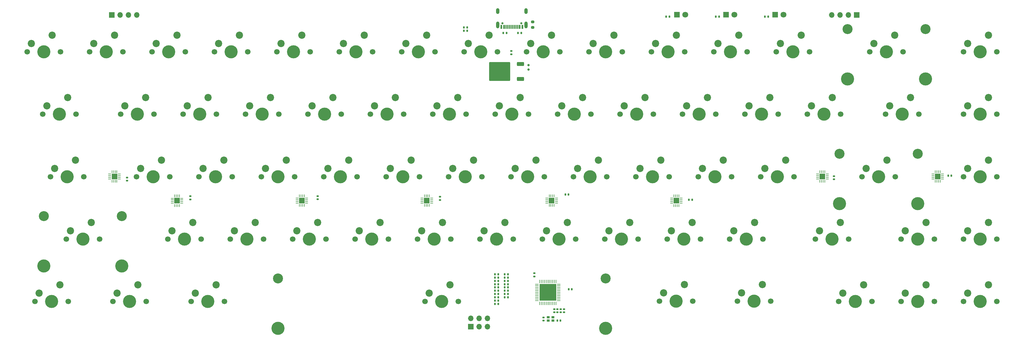
<source format=gbs>
%TF.GenerationSoftware,KiCad,Pcbnew,7.0.5*%
%TF.CreationDate,2023-07-12T18:10:06+02:00*%
%TF.ProjectId,keyboard,6b657962-6f61-4726-942e-6b696361645f,rev?*%
%TF.SameCoordinates,Original*%
%TF.FileFunction,Soldermask,Bot*%
%TF.FilePolarity,Negative*%
%FSLAX46Y46*%
G04 Gerber Fmt 4.6, Leading zero omitted, Abs format (unit mm)*
G04 Created by KiCad (PCBNEW 7.0.5) date 2023-07-12 18:10:06*
%MOMM*%
%LPD*%
G01*
G04 APERTURE LIST*
G04 Aperture macros list*
%AMRoundRect*
0 Rectangle with rounded corners*
0 $1 Rounding radius*
0 $2 $3 $4 $5 $6 $7 $8 $9 X,Y pos of 4 corners*
0 Add a 4 corners polygon primitive as box body*
4,1,4,$2,$3,$4,$5,$6,$7,$8,$9,$2,$3,0*
0 Add four circle primitives for the rounded corners*
1,1,$1+$1,$2,$3*
1,1,$1+$1,$4,$5*
1,1,$1+$1,$6,$7*
1,1,$1+$1,$8,$9*
0 Add four rect primitives between the rounded corners*
20,1,$1+$1,$2,$3,$4,$5,0*
20,1,$1+$1,$4,$5,$6,$7,0*
20,1,$1+$1,$6,$7,$8,$9,0*
20,1,$1+$1,$8,$9,$2,$3,0*%
G04 Aperture macros list end*
%ADD10C,1.700000*%
%ADD11C,4.000000*%
%ADD12C,2.200000*%
%ADD13R,1.700000X1.700000*%
%ADD14O,1.700000X1.700000*%
%ADD15R,1.800000X1.800000*%
%ADD16C,1.800000*%
%ADD17C,3.050000*%
%ADD18RoundRect,0.150000X-0.200000X0.150000X-0.200000X-0.150000X0.200000X-0.150000X0.200000X0.150000X0*%
%ADD19RoundRect,0.140000X-0.170000X0.140000X-0.170000X-0.140000X0.170000X-0.140000X0.170000X0.140000X0*%
%ADD20RoundRect,0.135000X0.135000X0.185000X-0.135000X0.185000X-0.135000X-0.185000X0.135000X-0.185000X0*%
%ADD21RoundRect,0.140000X0.140000X0.170000X-0.140000X0.170000X-0.140000X-0.170000X0.140000X-0.170000X0*%
%ADD22RoundRect,0.140000X-0.140000X-0.170000X0.140000X-0.170000X0.140000X0.170000X-0.140000X0.170000X0*%
%ADD23C,0.650000*%
%ADD24R,0.600000X1.240000*%
%ADD25R,0.300000X1.240000*%
%ADD26O,1.000000X1.800000*%
%ADD27O,1.000000X2.100000*%
%ADD28RoundRect,0.062500X0.350000X0.062500X-0.350000X0.062500X-0.350000X-0.062500X0.350000X-0.062500X0*%
%ADD29RoundRect,0.062500X0.062500X0.350000X-0.062500X0.350000X-0.062500X-0.350000X0.062500X-0.350000X0*%
%ADD30RoundRect,0.135000X-0.135000X-0.185000X0.135000X-0.185000X0.135000X0.185000X-0.135000X0.185000X0*%
%ADD31RoundRect,0.140000X0.170000X-0.140000X0.170000X0.140000X-0.170000X0.140000X-0.170000X-0.140000X0*%
%ADD32RoundRect,0.200000X-0.275000X0.200000X-0.275000X-0.200000X0.275000X-0.200000X0.275000X0.200000X0*%
%ADD33RoundRect,0.135000X0.185000X-0.135000X0.185000X0.135000X-0.185000X0.135000X-0.185000X-0.135000X0*%
%ADD34R,0.900000X0.800000*%
%ADD35RoundRect,0.250000X0.850000X0.350000X-0.850000X0.350000X-0.850000X-0.350000X0.850000X-0.350000X0*%
%ADD36RoundRect,0.249997X2.950003X2.650003X-2.950003X2.650003X-2.950003X-2.650003X2.950003X-2.650003X0*%
%ADD37RoundRect,0.135000X-0.185000X0.135000X-0.185000X-0.135000X0.185000X-0.135000X0.185000X0.135000X0*%
%ADD38RoundRect,0.062500X0.475000X0.062500X-0.475000X0.062500X-0.475000X-0.062500X0.475000X-0.062500X0*%
%ADD39RoundRect,0.062500X0.062500X0.475000X-0.062500X0.475000X-0.062500X-0.475000X0.062500X-0.475000X0*%
%ADD40R,5.200000X5.200000*%
G04 APERTURE END LIST*
D10*
%TO.C,S48*%
X171021000Y-112800000D03*
D11*
X176101000Y-112800000D03*
D10*
X181181000Y-112800000D03*
D12*
X178641000Y-107720000D03*
X172291000Y-110260000D03*
%TD*%
D10*
%TO.C,S6*%
X128110000Y-55630000D03*
D11*
X133190000Y-55630000D03*
D10*
X138270000Y-55630000D03*
D12*
X135730000Y-50550000D03*
X129380000Y-53090000D03*
%TD*%
D10*
%TO.C,S21*%
X156685000Y-74680000D03*
D11*
X161765000Y-74680000D03*
D10*
X166845000Y-74680000D03*
D12*
X164305000Y-69600000D03*
X157955000Y-72140000D03*
%TD*%
D10*
%TO.C,S31*%
X85245200Y-93750000D03*
D11*
X90325200Y-93750000D03*
D10*
X95405200Y-93750000D03*
D12*
X92865200Y-88670000D03*
X86515200Y-91210000D03*
%TD*%
D10*
%TO.C,S51*%
X228171000Y-112800000D03*
D11*
X233251000Y-112800000D03*
D10*
X238331000Y-112800000D03*
D12*
X235791000Y-107720000D03*
X229441000Y-110260000D03*
%TD*%
D10*
%TO.C,S20*%
X137635000Y-74680000D03*
D11*
X142715000Y-74680000D03*
D10*
X147795000Y-74680000D03*
D12*
X145255000Y-69600000D03*
X138905000Y-72140000D03*
%TD*%
D13*
%TO.C,J3*%
X58700000Y-44340000D03*
D14*
X61240000Y-44340000D03*
X63780000Y-44340000D03*
X66320000Y-44340000D03*
%TD*%
D15*
%TO.C,D1*%
X231125000Y-44250000D03*
D16*
X233665000Y-44250000D03*
%TD*%
D15*
%TO.C,D2*%
X246125000Y-44250000D03*
D16*
X248665000Y-44250000D03*
%TD*%
D10*
%TO.C,S65*%
X280495000Y-131850000D03*
D11*
X285575000Y-131850000D03*
D10*
X290655000Y-131850000D03*
D12*
X288115000Y-126770000D03*
X281765000Y-129310000D03*
%TD*%
D10*
%TO.C,S2*%
X51910000Y-55630000D03*
D11*
X56990000Y-55630000D03*
D10*
X62070000Y-55630000D03*
D12*
X59530000Y-50550000D03*
X53180000Y-53090000D03*
%TD*%
D10*
%TO.C,S26*%
X251935000Y-74680000D03*
D11*
X257015000Y-74680000D03*
D10*
X262095000Y-74680000D03*
D12*
X259555000Y-69600000D03*
X253205000Y-72140000D03*
%TD*%
D10*
%TO.C,S64*%
X299545000Y-112800000D03*
D11*
X304625000Y-112800000D03*
D10*
X309705000Y-112800000D03*
D12*
X307165000Y-107720000D03*
X300815000Y-110260000D03*
%TD*%
D10*
%TO.C,S12*%
X242410000Y-55630000D03*
D11*
X247490000Y-55630000D03*
D10*
X252570000Y-55630000D03*
D12*
X250030000Y-50550000D03*
X243680000Y-53090000D03*
%TD*%
D10*
%TO.C,S27*%
X270985000Y-74670000D03*
D11*
X276065000Y-74670000D03*
D10*
X281145000Y-74670000D03*
D12*
X278605000Y-69590000D03*
X272255000Y-72130000D03*
%TD*%
D17*
%TO.C,S57*%
X109370000Y-124850000D03*
D11*
X109370000Y-140090000D03*
D10*
X154290000Y-131850000D03*
D11*
X159370000Y-131850000D03*
D10*
X164450000Y-131850000D03*
D17*
X209370000Y-124850000D03*
D11*
X209370000Y-140090000D03*
D12*
X161910000Y-126770000D03*
X155560000Y-129310000D03*
%TD*%
D13*
%TO.C,J2*%
X168235000Y-139615000D03*
D14*
X168235000Y-137075000D03*
X170775000Y-139615000D03*
X170775000Y-137075000D03*
X173315000Y-139615000D03*
X173315000Y-137075000D03*
%TD*%
D10*
%TO.C,S46*%
X132921000Y-112800000D03*
D11*
X138001000Y-112800000D03*
D10*
X143081000Y-112800000D03*
D12*
X140541000Y-107720000D03*
X134191000Y-110260000D03*
%TD*%
D15*
%TO.C,D3*%
X261125000Y-44250000D03*
D16*
X263665000Y-44250000D03*
%TD*%
D10*
%TO.C,S18*%
X99535000Y-74680000D03*
D11*
X104615000Y-74680000D03*
D10*
X109695000Y-74680000D03*
D12*
X107155000Y-69600000D03*
X100805000Y-72140000D03*
%TD*%
D10*
%TO.C,S43*%
X75771000Y-112800000D03*
D11*
X80851000Y-112800000D03*
D10*
X85931000Y-112800000D03*
D12*
X83391000Y-107720000D03*
X77041000Y-110260000D03*
%TD*%
D10*
%TO.C,S54*%
X35240000Y-131850000D03*
D11*
X40320000Y-131850000D03*
D10*
X45400000Y-131850000D03*
D12*
X42860000Y-126770000D03*
X36510000Y-129310000D03*
%TD*%
D10*
%TO.C,S47*%
X151971000Y-112800000D03*
D11*
X157051000Y-112800000D03*
D10*
X162131000Y-112800000D03*
D12*
X159591000Y-107720000D03*
X153241000Y-110260000D03*
%TD*%
D10*
%TO.C,S59*%
X249580000Y-131840000D03*
D11*
X254660000Y-131840000D03*
D10*
X259740000Y-131840000D03*
D12*
X257200000Y-126760000D03*
X250850000Y-129300000D03*
%TD*%
D10*
%TO.C,S63*%
X318595000Y-112800000D03*
D11*
X323675000Y-112800000D03*
D10*
X328755000Y-112800000D03*
D12*
X326215000Y-107720000D03*
X319865000Y-110260000D03*
%TD*%
D10*
%TO.C,S62*%
X318595000Y-93750000D03*
D11*
X323675000Y-93750000D03*
D10*
X328755000Y-93750000D03*
D12*
X326215000Y-88670000D03*
X319865000Y-91210000D03*
%TD*%
D10*
%TO.C,S9*%
X185250000Y-55630000D03*
D11*
X190330000Y-55630000D03*
D10*
X195410000Y-55630000D03*
D12*
X192870000Y-50550000D03*
X186520000Y-53090000D03*
%TD*%
D13*
%TO.C,J4*%
X286000000Y-44335000D03*
D14*
X283460000Y-44335000D03*
X280920000Y-44335000D03*
X278380000Y-44335000D03*
%TD*%
D10*
%TO.C,S40*%
X256695200Y-93750000D03*
D11*
X261775200Y-93750000D03*
D10*
X266855200Y-93750000D03*
D12*
X264315200Y-88670000D03*
X257965200Y-91210000D03*
%TD*%
D17*
%TO.C,S14*%
X283215000Y-48630000D03*
D11*
X283215000Y-63870000D03*
D10*
X290035000Y-55630000D03*
D11*
X295115000Y-55630000D03*
D10*
X300195000Y-55630000D03*
D17*
X307015000Y-48630000D03*
D11*
X307015000Y-63870000D03*
D12*
X297655000Y-50550000D03*
X291305000Y-53090000D03*
%TD*%
D10*
%TO.C,S34*%
X142395200Y-93750000D03*
D11*
X147475200Y-93750000D03*
D10*
X152555200Y-93750000D03*
D12*
X150015200Y-88670000D03*
X143665200Y-91210000D03*
%TD*%
D10*
%TO.C,S19*%
X118585000Y-74680000D03*
D11*
X123665000Y-74680000D03*
D10*
X128745000Y-74680000D03*
D12*
X126205000Y-69600000D03*
X119855000Y-72140000D03*
%TD*%
D10*
%TO.C,S25*%
X232885000Y-74680000D03*
D11*
X237965000Y-74680000D03*
D10*
X243045000Y-74680000D03*
D12*
X240505000Y-69600000D03*
X234155000Y-72140000D03*
%TD*%
D10*
%TO.C,S30*%
X66195200Y-93750000D03*
D11*
X71275200Y-93750000D03*
D10*
X76355200Y-93750000D03*
D12*
X73815200Y-88670000D03*
X67465200Y-91210000D03*
%TD*%
D10*
%TO.C,S23*%
X194785000Y-74680000D03*
D11*
X199865000Y-74680000D03*
D10*
X204945000Y-74680000D03*
D12*
X202405000Y-69600000D03*
X196055000Y-72140000D03*
%TD*%
D10*
%TO.C,S58*%
X225790000Y-131840000D03*
D11*
X230870000Y-131840000D03*
D10*
X235950000Y-131840000D03*
D12*
X233410000Y-126760000D03*
X227060000Y-129300000D03*
%TD*%
D10*
%TO.C,S5*%
X109060000Y-55630000D03*
D11*
X114140000Y-55630000D03*
D10*
X119220000Y-55630000D03*
D12*
X116680000Y-50550000D03*
X110330000Y-53090000D03*
%TD*%
D17*
%TO.C,S42*%
X37950000Y-105800000D03*
D11*
X37950000Y-121040000D03*
D10*
X44770000Y-112800000D03*
D11*
X49850000Y-112800000D03*
D10*
X54930000Y-112800000D03*
D17*
X61750000Y-105800000D03*
D11*
X61750000Y-121040000D03*
D12*
X52390000Y-107720000D03*
X46040000Y-110260000D03*
%TD*%
D10*
%TO.C,S37*%
X199545200Y-93750000D03*
D11*
X204625200Y-93750000D03*
D10*
X209705200Y-93750000D03*
D12*
X207165200Y-88670000D03*
X200815200Y-91210000D03*
%TD*%
D10*
%TO.C,S17*%
X80485000Y-74680000D03*
D11*
X85565000Y-74680000D03*
D10*
X90645000Y-74680000D03*
D12*
X88105000Y-69600000D03*
X81755000Y-72140000D03*
%TD*%
D10*
%TO.C,S60*%
X318610000Y-55630000D03*
D11*
X323690000Y-55630000D03*
D10*
X328770000Y-55630000D03*
D12*
X326230000Y-50550000D03*
X319880000Y-53090000D03*
%TD*%
D10*
%TO.C,S36*%
X180495200Y-93750000D03*
D11*
X185575200Y-93750000D03*
D10*
X190655200Y-93750000D03*
D12*
X188115200Y-88670000D03*
X181765200Y-91210000D03*
%TD*%
D10*
%TO.C,S49*%
X190071000Y-112800000D03*
D11*
X195151000Y-112800000D03*
D10*
X200231000Y-112800000D03*
D12*
X197691000Y-107720000D03*
X191341000Y-110260000D03*
%TD*%
D10*
%TO.C,S3*%
X70960000Y-55630000D03*
D11*
X76040000Y-55630000D03*
D10*
X81120000Y-55630000D03*
D12*
X78580000Y-50550000D03*
X72230000Y-53090000D03*
%TD*%
D10*
%TO.C,S11*%
X223360000Y-55630000D03*
D11*
X228440000Y-55630000D03*
D10*
X233520000Y-55630000D03*
D12*
X230980000Y-50550000D03*
X224630000Y-53090000D03*
%TD*%
D10*
%TO.C,S7*%
X147160000Y-55630000D03*
D11*
X152240000Y-55630000D03*
D10*
X157320000Y-55630000D03*
D12*
X154780000Y-50550000D03*
X148430000Y-53090000D03*
%TD*%
D10*
%TO.C,S45*%
X113871000Y-112800000D03*
D11*
X118951000Y-112800000D03*
D10*
X124031000Y-112800000D03*
D12*
X121491000Y-107720000D03*
X115141000Y-110260000D03*
%TD*%
D10*
%TO.C,S44*%
X94821000Y-112800000D03*
D11*
X99901000Y-112800000D03*
D10*
X104981000Y-112800000D03*
D12*
X102441000Y-107720000D03*
X96091000Y-110260000D03*
%TD*%
D10*
%TO.C,S38*%
X218595200Y-93750000D03*
D11*
X223675200Y-93750000D03*
D10*
X228755200Y-93750000D03*
D12*
X226215200Y-88670000D03*
X219865200Y-91210000D03*
%TD*%
D10*
%TO.C,S1*%
X32860000Y-55630000D03*
D11*
X37940000Y-55630000D03*
D10*
X43020000Y-55630000D03*
D12*
X40480000Y-50550000D03*
X34130000Y-53090000D03*
%TD*%
D10*
%TO.C,S67*%
X318595000Y-131850000D03*
D11*
X323675000Y-131850000D03*
D10*
X328755000Y-131850000D03*
D12*
X326215000Y-126770000D03*
X319865000Y-129310000D03*
%TD*%
D10*
%TO.C,S15*%
X37620000Y-74690000D03*
D11*
X42700000Y-74690000D03*
D10*
X47780000Y-74690000D03*
D12*
X45240000Y-69610000D03*
X38890000Y-72150000D03*
%TD*%
D10*
%TO.C,S39*%
X237645200Y-93750000D03*
D11*
X242725200Y-93750000D03*
D10*
X247805200Y-93750000D03*
D12*
X245265200Y-88670000D03*
X238915200Y-91210000D03*
%TD*%
D10*
%TO.C,S50*%
X209121000Y-112800000D03*
D11*
X214201000Y-112800000D03*
D10*
X219281000Y-112800000D03*
D12*
X216741000Y-107720000D03*
X210391000Y-110260000D03*
%TD*%
D10*
%TO.C,S33*%
X123345200Y-93750000D03*
D11*
X128425200Y-93750000D03*
D10*
X133505200Y-93750000D03*
D12*
X130965200Y-88670000D03*
X124615200Y-91210000D03*
%TD*%
D10*
%TO.C,S61*%
X318605000Y-74660000D03*
D11*
X323685000Y-74660000D03*
D10*
X328765000Y-74660000D03*
D12*
X326225000Y-69580000D03*
X319875000Y-72120000D03*
%TD*%
D10*
%TO.C,S16*%
X61435000Y-74680000D03*
D11*
X66515000Y-74680000D03*
D10*
X71595000Y-74680000D03*
D12*
X69055000Y-69600000D03*
X62705000Y-72140000D03*
%TD*%
D10*
%TO.C,S10*%
X204310000Y-55630000D03*
D11*
X209390000Y-55630000D03*
D10*
X214470000Y-55630000D03*
D12*
X211930000Y-50550000D03*
X205580000Y-53090000D03*
%TD*%
D10*
%TO.C,S55*%
X59050000Y-131850000D03*
D11*
X64130000Y-131850000D03*
D10*
X69210000Y-131850000D03*
D12*
X66670000Y-126770000D03*
X60320000Y-129310000D03*
%TD*%
D10*
%TO.C,S22*%
X175735000Y-74680000D03*
D11*
X180815000Y-74680000D03*
D10*
X185895000Y-74680000D03*
D12*
X183355000Y-69600000D03*
X177005000Y-72140000D03*
%TD*%
D10*
%TO.C,S4*%
X90010000Y-55630000D03*
D11*
X95090000Y-55630000D03*
D10*
X100170000Y-55630000D03*
D12*
X97630000Y-50550000D03*
X91280000Y-53090000D03*
%TD*%
D10*
%TO.C,S35*%
X161445200Y-93750000D03*
D11*
X166525200Y-93750000D03*
D10*
X171605200Y-93750000D03*
D12*
X169065200Y-88670000D03*
X162715200Y-91210000D03*
%TD*%
D10*
%TO.C,S24*%
X213835000Y-74680000D03*
D11*
X218915000Y-74680000D03*
D10*
X223995000Y-74680000D03*
D12*
X221455000Y-69600000D03*
X215105000Y-72140000D03*
%TD*%
D10*
%TO.C,S29*%
X40005000Y-93750000D03*
D11*
X45085000Y-93750000D03*
D10*
X50165000Y-93750000D03*
D12*
X47625000Y-88670000D03*
X41275000Y-91210000D03*
%TD*%
D10*
%TO.C,S52*%
X247221000Y-112800000D03*
D11*
X252301000Y-112800000D03*
D10*
X257381000Y-112800000D03*
D12*
X254841000Y-107720000D03*
X248491000Y-110260000D03*
%TD*%
D10*
%TO.C,S28*%
X294795000Y-74670000D03*
D11*
X299875000Y-74670000D03*
D10*
X304955000Y-74670000D03*
D12*
X302415000Y-69590000D03*
X296065000Y-72130000D03*
%TD*%
D10*
%TO.C,S66*%
X299545000Y-131850000D03*
D11*
X304625000Y-131850000D03*
D10*
X309705000Y-131850000D03*
D12*
X307165000Y-126770000D03*
X300815000Y-129310000D03*
%TD*%
D10*
%TO.C,S56*%
X82890000Y-131850000D03*
D11*
X87970000Y-131850000D03*
D10*
X93050000Y-131850000D03*
D12*
X90510000Y-126770000D03*
X84160000Y-129310000D03*
%TD*%
D10*
%TO.C,S32*%
X104295200Y-93750000D03*
D11*
X109375200Y-93750000D03*
D10*
X114455200Y-93750000D03*
D12*
X111915200Y-88670000D03*
X105565200Y-91210000D03*
%TD*%
D10*
%TO.C,S13*%
X261460000Y-55630000D03*
D11*
X266540000Y-55630000D03*
D10*
X271620000Y-55630000D03*
D12*
X269080000Y-50550000D03*
X262730000Y-53090000D03*
%TD*%
D10*
%TO.C,S53*%
X273383000Y-112800000D03*
D11*
X278463000Y-112800000D03*
D10*
X283543000Y-112800000D03*
D12*
X281003000Y-107720000D03*
X274653000Y-110260000D03*
%TD*%
D17*
%TO.C,S41*%
X280812400Y-86760200D03*
D11*
X280812400Y-102000200D03*
D10*
X287632400Y-93760200D03*
D11*
X292712400Y-93760200D03*
D10*
X297792400Y-93760200D03*
D17*
X304612400Y-86760200D03*
D11*
X304612400Y-102000200D03*
D12*
X295252400Y-88680200D03*
X288902400Y-91220200D03*
%TD*%
D10*
%TO.C,S8*%
X166210000Y-55630000D03*
D11*
X171290000Y-55630000D03*
D10*
X176370000Y-55630000D03*
D12*
X173830000Y-50550000D03*
X167480000Y-53090000D03*
%TD*%
D18*
%TO.C,D4*%
X185900000Y-61050000D03*
X185900000Y-59650000D03*
%TD*%
D19*
%TO.C,C5*%
X194700000Y-134270000D03*
X194700000Y-135230000D03*
%TD*%
D20*
%TO.C,R8*%
X167110000Y-49140000D03*
X166090000Y-49140000D03*
%TD*%
D21*
%TO.C,C17*%
X179580000Y-129600000D03*
X178620000Y-129600000D03*
%TD*%
D22*
%TO.C,C15*%
X313940000Y-93450000D03*
X314900000Y-93450000D03*
%TD*%
D23*
%TO.C,J1*%
X177890000Y-46865000D03*
X183670000Y-46865000D03*
D24*
X177580000Y-47985000D03*
X178380000Y-47985000D03*
D25*
X179530000Y-47985000D03*
X180530000Y-47985000D03*
X181030000Y-47985000D03*
X182030000Y-47985000D03*
D24*
X183180000Y-47985000D03*
X183980000Y-47985000D03*
X183980000Y-47985000D03*
X183180000Y-47985000D03*
D25*
X182530000Y-47985000D03*
X181530000Y-47985000D03*
X180030000Y-47985000D03*
X179030000Y-47985000D03*
D24*
X178380000Y-47985000D03*
X177580000Y-47985000D03*
D26*
X176460000Y-43185000D03*
D27*
X176460000Y-47385000D03*
D26*
X185100000Y-43185000D03*
D27*
X185100000Y-47385000D03*
%TD*%
D28*
%TO.C,MUX6*%
X232462500Y-100340000D03*
X232462500Y-100840000D03*
X232462500Y-101340000D03*
X232462500Y-101840000D03*
D29*
X231750000Y-102552500D03*
X231250000Y-102552500D03*
X230750000Y-102552500D03*
X230250000Y-102552500D03*
D28*
X229537500Y-101840000D03*
X229537500Y-101340000D03*
X229537500Y-100840000D03*
X229537500Y-100340000D03*
D29*
X230250000Y-99627500D03*
X230750000Y-99627500D03*
X231250000Y-99627500D03*
X231750000Y-99627500D03*
D13*
X231000000Y-101090000D03*
%TD*%
D30*
%TO.C,R18*%
X175590000Y-123600000D03*
X176610000Y-123600000D03*
%TD*%
D31*
%TO.C,C9*%
X82620000Y-100700000D03*
X82620000Y-99740000D03*
%TD*%
D30*
%TO.C,R15*%
X175590000Y-126600000D03*
X176610000Y-126600000D03*
%TD*%
D32*
%TO.C,R6*%
X187170000Y-46480000D03*
X187170000Y-48130000D03*
%TD*%
D30*
%TO.C,R20*%
X175590000Y-132650000D03*
X176610000Y-132650000D03*
%TD*%
D31*
%TO.C,C10*%
X121510000Y-100650000D03*
X121510000Y-99690000D03*
%TD*%
D21*
%TO.C,C22*%
X179580000Y-124600000D03*
X178620000Y-124600000D03*
%TD*%
D28*
%TO.C,MUX3*%
X118162500Y-100300000D03*
X118162500Y-100800000D03*
X118162500Y-101300000D03*
X118162500Y-101800000D03*
D29*
X117450000Y-102512500D03*
X116950000Y-102512500D03*
X116450000Y-102512500D03*
X115950000Y-102512500D03*
D28*
X115237500Y-101800000D03*
X115237500Y-101300000D03*
X115237500Y-100800000D03*
X115237500Y-100300000D03*
D29*
X115950000Y-99587500D03*
X116450000Y-99587500D03*
X116950000Y-99587500D03*
X117450000Y-99587500D03*
D13*
X116700000Y-101050000D03*
%TD*%
D19*
%TO.C,C2*%
X190430000Y-136770000D03*
X190430000Y-137730000D03*
%TD*%
D33*
%TO.C,R9*%
X187650000Y-124272500D03*
X187650000Y-123252500D03*
%TD*%
D28*
%TO.C,MUX1*%
X60962500Y-92950000D03*
X60962500Y-93450000D03*
X60962500Y-93950000D03*
X60962500Y-94450000D03*
D29*
X60250000Y-95162500D03*
X59750000Y-95162500D03*
X59250000Y-95162500D03*
X58750000Y-95162500D03*
D28*
X58037500Y-94450000D03*
X58037500Y-93950000D03*
X58037500Y-93450000D03*
X58037500Y-92950000D03*
D29*
X58750000Y-92237500D03*
X59250000Y-92237500D03*
X59750000Y-92237500D03*
X60250000Y-92237500D03*
D13*
X59500000Y-93700000D03*
%TD*%
D20*
%TO.C,R7*%
X167110000Y-48150000D03*
X166090000Y-48150000D03*
%TD*%
D21*
%TO.C,C1*%
X199080000Y-128150000D03*
X198120000Y-128150000D03*
%TD*%
D30*
%TO.C,R13*%
X175590000Y-128600000D03*
X176610000Y-128600000D03*
%TD*%
%TO.C,R5*%
X257990000Y-44850000D03*
X259010000Y-44850000D03*
%TD*%
D20*
%TO.C,R2*%
X179140000Y-49870000D03*
X178120000Y-49870000D03*
%TD*%
D19*
%TO.C,C8*%
X63380000Y-94050000D03*
X63380000Y-95010000D03*
%TD*%
D34*
%TO.C,Y1*%
X191900000Y-136750000D03*
X193300000Y-136750000D03*
X193300000Y-137750000D03*
X191900000Y-137750000D03*
%TD*%
D30*
%TO.C,R17*%
X175590000Y-124600000D03*
X176610000Y-124600000D03*
%TD*%
D21*
%TO.C,C16*%
X179580000Y-130600000D03*
X178620000Y-130600000D03*
%TD*%
D30*
%TO.C,R16*%
X175590000Y-125600000D03*
X176610000Y-125600000D03*
%TD*%
D35*
%TO.C,Q1*%
X183375000Y-59345000D03*
D36*
X177075000Y-61625000D03*
D35*
X183375000Y-63905000D03*
%TD*%
D37*
%TO.C,R10*%
X180650000Y-55340000D03*
X180650000Y-56360000D03*
%TD*%
D19*
%TO.C,C14*%
X279100000Y-93630000D03*
X279100000Y-94590000D03*
%TD*%
D21*
%TO.C,C23*%
X179580000Y-123600000D03*
X178620000Y-123600000D03*
%TD*%
D22*
%TO.C,C13*%
X234820000Y-100850000D03*
X235780000Y-100850000D03*
%TD*%
D30*
%TO.C,R12*%
X175590000Y-129600000D03*
X176610000Y-129600000D03*
%TD*%
D21*
%TO.C,C21*%
X179580000Y-125600000D03*
X178620000Y-125600000D03*
%TD*%
D28*
%TO.C,MUX7*%
X277012500Y-92970000D03*
X277012500Y-93470000D03*
X277012500Y-93970000D03*
X277012500Y-94470000D03*
D29*
X276300000Y-95182500D03*
X275800000Y-95182500D03*
X275300000Y-95182500D03*
X274800000Y-95182500D03*
D28*
X274087500Y-94470000D03*
X274087500Y-93970000D03*
X274087500Y-93470000D03*
X274087500Y-92970000D03*
D29*
X274800000Y-92257500D03*
X275300000Y-92257500D03*
X275800000Y-92257500D03*
X276300000Y-92257500D03*
D13*
X275550000Y-93720000D03*
%TD*%
D30*
%TO.C,R3*%
X227890000Y-44850000D03*
X228910000Y-44850000D03*
%TD*%
D22*
%TO.C,C12*%
X197090000Y-99200000D03*
X198050000Y-99200000D03*
%TD*%
D30*
%TO.C,R11*%
X175590000Y-130600000D03*
X176610000Y-130600000D03*
%TD*%
D21*
%TO.C,C20*%
X179580000Y-126600000D03*
X178620000Y-126600000D03*
%TD*%
D28*
%TO.C,MUX4*%
X156287500Y-100325000D03*
X156287500Y-100825000D03*
X156287500Y-101325000D03*
X156287500Y-101825000D03*
D29*
X155575000Y-102537500D03*
X155075000Y-102537500D03*
X154575000Y-102537500D03*
X154075000Y-102537500D03*
D28*
X153362500Y-101825000D03*
X153362500Y-101325000D03*
X153362500Y-100825000D03*
X153362500Y-100325000D03*
D29*
X154075000Y-99612500D03*
X154575000Y-99612500D03*
X155075000Y-99612500D03*
X155575000Y-99612500D03*
D13*
X154825000Y-101075000D03*
%TD*%
D30*
%TO.C,R19*%
X175590000Y-131650000D03*
X176610000Y-131650000D03*
%TD*%
D28*
%TO.C,MUX2*%
X80062500Y-100350000D03*
X80062500Y-100850000D03*
X80062500Y-101350000D03*
X80062500Y-101850000D03*
D29*
X79350000Y-102562500D03*
X78850000Y-102562500D03*
X78350000Y-102562500D03*
X77850000Y-102562500D03*
D28*
X77137500Y-101850000D03*
X77137500Y-101350000D03*
X77137500Y-100850000D03*
X77137500Y-100350000D03*
D29*
X77850000Y-99637500D03*
X78350000Y-99637500D03*
X78850000Y-99637500D03*
X79350000Y-99637500D03*
D13*
X78600000Y-101100000D03*
%TD*%
D30*
%TO.C,R14*%
X175590000Y-127600000D03*
X176610000Y-127600000D03*
%TD*%
D19*
%TO.C,C7*%
X196700000Y-134270000D03*
X196700000Y-135230000D03*
%TD*%
D28*
%TO.C,MUX5*%
X194382500Y-100302500D03*
X194382500Y-100802500D03*
X194382500Y-101302500D03*
X194382500Y-101802500D03*
D29*
X193670000Y-102515000D03*
X193170000Y-102515000D03*
X192670000Y-102515000D03*
X192170000Y-102515000D03*
D28*
X191457500Y-101802500D03*
X191457500Y-101302500D03*
X191457500Y-100802500D03*
X191457500Y-100302500D03*
D29*
X192170000Y-99590000D03*
X192670000Y-99590000D03*
X193170000Y-99590000D03*
X193670000Y-99590000D03*
D13*
X192920000Y-101052500D03*
%TD*%
D30*
%TO.C,R4*%
X242990000Y-44850000D03*
X244010000Y-44850000D03*
%TD*%
D31*
%TO.C,C11*%
X158810000Y-100880000D03*
X158810000Y-99920000D03*
%TD*%
D21*
%TO.C,C18*%
X179580000Y-128600000D03*
X178620000Y-128600000D03*
%TD*%
D19*
%TO.C,C6*%
X195700000Y-134270000D03*
X195700000Y-135230000D03*
%TD*%
D28*
%TO.C,MUX8*%
X312212500Y-92970000D03*
X312212500Y-93470000D03*
X312212500Y-93970000D03*
X312212500Y-94470000D03*
D29*
X311500000Y-95182500D03*
X311000000Y-95182500D03*
X310500000Y-95182500D03*
X310000000Y-95182500D03*
D28*
X309287500Y-94470000D03*
X309287500Y-93970000D03*
X309287500Y-93470000D03*
X309287500Y-92970000D03*
D29*
X310000000Y-92257500D03*
X310500000Y-92257500D03*
X311000000Y-92257500D03*
X311500000Y-92257500D03*
D13*
X310750000Y-93720000D03*
%TD*%
D21*
%TO.C,C19*%
X179580000Y-127600000D03*
X178620000Y-127600000D03*
%TD*%
D38*
%TO.C,U1*%
X195087500Y-126600000D03*
X195087500Y-127100000D03*
X195087500Y-127600000D03*
X195087500Y-128100000D03*
X195087500Y-128600000D03*
X195087500Y-129100000D03*
X195087500Y-129600000D03*
X195087500Y-130100000D03*
X195087500Y-130600000D03*
X195087500Y-131100000D03*
X195087500Y-131600000D03*
D39*
X194250000Y-132437500D03*
X193750000Y-132437500D03*
X193250000Y-132437500D03*
X192750000Y-132437500D03*
X192250000Y-132437500D03*
X191750000Y-132437500D03*
X191250000Y-132437500D03*
X190750000Y-132437500D03*
X190250000Y-132437500D03*
X189750000Y-132437500D03*
X189250000Y-132437500D03*
D38*
X188412500Y-131600000D03*
X188412500Y-131100000D03*
X188412500Y-130600000D03*
X188412500Y-130100000D03*
X188412500Y-129600000D03*
X188412500Y-129100000D03*
X188412500Y-128600000D03*
X188412500Y-128100000D03*
X188412500Y-127600000D03*
X188412500Y-127100000D03*
X188412500Y-126600000D03*
D39*
X189250000Y-125762500D03*
X189750000Y-125762500D03*
X190250000Y-125762500D03*
X190750000Y-125762500D03*
X191250000Y-125762500D03*
X191750000Y-125762500D03*
X192250000Y-125762500D03*
X192750000Y-125762500D03*
X193250000Y-125762500D03*
X193750000Y-125762500D03*
X194250000Y-125762500D03*
D40*
X191750000Y-129100000D03*
%TD*%
D19*
%TO.C,C4*%
X193700000Y-134270000D03*
X193700000Y-135230000D03*
%TD*%
D22*
%TO.C,C3*%
X194650000Y-137750000D03*
X195610000Y-137750000D03*
%TD*%
D30*
%TO.C,R1*%
X182680000Y-49840000D03*
X183700000Y-49840000D03*
%TD*%
M02*

</source>
